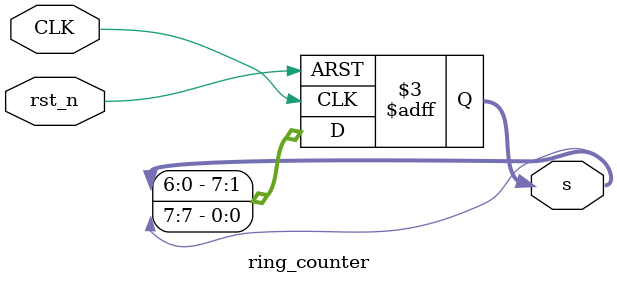
<source format=v>
`timescale 1ns / 1ps
module ring_counter(
    input CLK,
    input rst_n,
    output reg [7:0]s
    );
    always@(posedge CLK or negedge rst_n)
    begin
        if(~rst_n)
            s <= 8'b11011101;
        else
        begin
            s[0] <= s[7];
            s[1] <= s[0];
            s[2] <= s[1];
            s[3] <= s[2];
            s[4] <= s[3];
            s[5] <= s[4];
            s[6] <= s[5];
            s[7] <= s[6];
        end
    end
endmodule

</source>
